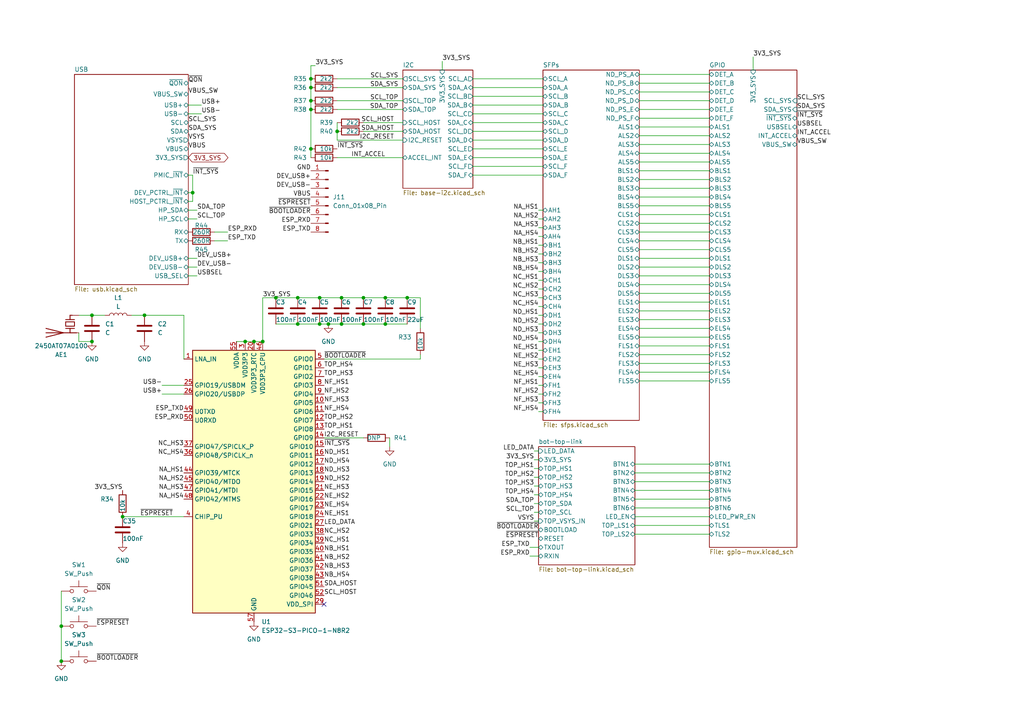
<source format=kicad_sch>
(kicad_sch (version 20231120) (generator "eeschema") (generator_version "8.0")
  (paper "A4")
  (lib_symbols
    (symbol "Connector:Conn_01x08_Pin" (pin_names (offset 1.016) hide)
      (property "Reference" "J" (at 0 10.16 0))
      (property "Value" "Conn_01x08_Pin" (at 0 -12.7 0))
      (symbol "Conn_01x08_Pin_1_1"
        (polyline (pts (xy 1.27 -10.16) (xy 0.8636 -10.16)) (stroke (width 0.1524)))
        (polyline (pts (xy 1.27 -7.62) (xy 0.8636 -7.62)) (stroke (width 0.1524)))
        (polyline (pts (xy 1.27 -5.08) (xy 0.8636 -5.08)) (stroke (width 0.1524)))
        (polyline (pts (xy 1.27 -2.54) (xy 0.8636 -2.54)) (stroke (width 0.1524)))
        (polyline (pts (xy 1.27 0) (xy 0.8636 0)) (stroke (width 0.1524)))
        (polyline (pts (xy 1.27 2.54) (xy 0.8636 2.54)) (stroke (width 0.1524)))
        (polyline (pts (xy 1.27 5.08) (xy 0.8636 5.08)) (stroke (width 0.1524)))
        (polyline (pts (xy 1.27 7.62) (xy 0.8636 7.62)) (stroke (width 0.1524)))
        (rectangle (start 0.8636 -10.033) (end 0 -10.287) (stroke (width 0.1524)) (fill (type outline)))
        (rectangle (start 0.8636 -7.493) (end 0 -7.747) (stroke (width 0.1524)) (fill (type outline)))
        (rectangle (start 0.8636 -4.953) (end 0 -5.207) (stroke (width 0.1524)) (fill (type outline)))
        (rectangle (start 0.8636 -2.413) (end 0 -2.667) (stroke (width 0.1524)) (fill (type outline)))
        (rectangle (start 0.8636 0.127) (end 0 -0.127) (stroke (width 0.1524)) (fill (type outline)))
        (rectangle (start 0.8636 2.667) (end 0 2.413) (stroke (width 0.1524)) (fill (type outline)))
        (rectangle (start 0.8636 5.207) (end 0 4.953) (stroke (width 0.1524)) (fill (type outline)))
        (rectangle (start 0.8636 7.747) (end 0 7.493) (stroke (width 0.1524)) (fill (type outline)))
        (pin passive line (at 5.08 7.62 180) (length 3.81) (name "Pin_1") (number "1"))
        (pin passive line (at 5.08 5.08 180) (length 3.81) (name "Pin_2") (number "2"))
        (pin passive line (at 5.08 2.54 180) (length 3.81) (name "Pin_3") (number "3"))
        (pin passive line (at 5.08 0 180) (length 3.81) (name "Pin_4") (number "4"))
        (pin passive line (at 5.08 -2.54 180) (length 3.81) (name "Pin_5") (number "5"))
        (pin passive line (at 5.08 -5.08 180) (length 3.81) (name "Pin_6") (number "6"))
        (pin passive line (at 5.08 -7.62 180) (length 3.81) (name "Pin_7") (number "7"))
        (pin passive line (at 5.08 -10.16 180) (length 3.81) (name "Pin_8") (number "8"))
      )
    )
    (symbol "Device:Antenna_Chip" (pin_numbers hide) (pin_names (offset 1.016) hide)
      (property "Reference" "AE" (at 0 5.08 0))
      (property "Value" "Antenna_Chip" (at 0 3.175 0))
      (symbol "Antenna_Chip_0_1"
        (polyline (pts (xy -2.54 0) (xy -2.54 -0.635)) (stroke (width 0.254)))
        (polyline (pts (xy -2.54 0) (xy -1.27 0)) (stroke (width 0.254)))
        (polyline (pts (xy 1.27 0) (xy 2.54 0)) (stroke (width 0.254)))
        (polyline (pts (xy 1.27 1.27) (xy 1.27 -1.27)) (stroke (width 0.254)))
        (polyline (pts (xy 2.54 -0.635) (xy 2.54 0)))
        (polyline (pts (xy 2.54 6.985) (xy 2.54 -1.905)) (stroke (width 0.254)))
        (polyline (pts (xy -1.27 1.27) (xy -1.27 -1.27) (xy -1.27 0)) (stroke (width 0.254)))
        (polyline (pts (xy 3.81 6.985) (xy 2.54 1.905) (xy 1.27 6.985)) (stroke (width 0.254)))
        (polyline (pts (xy -0.635 1.27) (xy 0.635 1.27) (xy 0.635 -1.27) (xy -0.635 -1.27) (xy -0.635 1.27)) (stroke (width 0.254)))
      )
      (symbol "Antenna_Chip_1_1"
        (pin input line (at -2.54 -2.54 90) (length 2.54) (name "FEED") (number "1"))
        (pin passive line (at 2.54 -2.54 90) (length 2.54) (name "PCB_Trace") (number "2"))
      )
    )
    (symbol "Device:C" (pin_numbers hide) (pin_names (offset 0.254))
      (property "Reference" "C" (at 0.635 2.54 0))
      (property "Value" "C" (at 0.635 -2.54 0))
      (symbol "C_0_1"
        (polyline (pts (xy -2.032 -0.762) (xy 2.032 -0.762)) (stroke (width 0.508)))
        (polyline (pts (xy -2.032 0.762) (xy 2.032 0.762)) (stroke (width 0.508)))
      )
      (symbol "C_1_1"
        (pin passive line (at 0 3.81 270) (length 2.794) (name "~") (number "1"))
        (pin passive line (at 0 -3.81 90) (length 2.794) (name "~") (number "2"))
      )
    )
    (symbol "Device:L" (pin_numbers hide) (pin_names (offset 1.016) hide)
      (property "Reference" "L" (at -1.27 0 90))
      (property "Value" "L" (at 1.905 0 90))
      (symbol "L_0_1"
        (arc (start 0 -2.54) (mid 0.6323 -1.905) (end 0 -1.27))
        (arc (start 0 -1.27) (mid 0.6323 -0.635) (end 0 0))
        (arc (start 0 0) (mid 0.6323 0.635) (end 0 1.27))
        (arc (start 0 1.27) (mid 0.6323 1.905) (end 0 2.54))
      )
      (symbol "L_1_1"
        (pin passive line (at 0 3.81 270) (length 1.27) (name "1") (number "1"))
        (pin passive line (at 0 -3.81 90) (length 1.27) (name "2") (number "2"))
      )
    )
    (symbol "Device:R" (pin_numbers hide) (pin_names (offset 0))
      (property "Reference" "R" (at 2.032 0 90))
      (property "Value" "R" (at 0 0 90))
      (symbol "R_0_1"
        (rectangle (start -1.016 -2.54) (end 1.016 2.54) (stroke (width 0.254)))
      )
      (symbol "R_1_1"
        (pin passive line (at 0 3.81 270) (length 1.27) (name "~") (number "1"))
        (pin passive line (at 0 -3.81 90) (length 1.27) (name "~") (number "2"))
      )
    )
    (symbol "Switch:SW_Push" (pin_numbers hide) (pin_names (offset 1.016) hide)
      (property "Reference" "SW" (at 1.27 2.54 0))
      (property "Value" "SW_Push" (at 0 -1.524 0))
      (symbol "SW_Push_0_1"
        (circle (center -2.032 0) (radius 0.508))
        (polyline (pts (xy 0 1.27) (xy 0 3.048)))
        (polyline (pts (xy 2.54 1.27) (xy -2.54 1.27)))
        (circle (center 2.032 0) (radius 0.508))
        (pin passive line (at -5.08 0 0) (length 2.54) (name "1") (number "1"))
        (pin passive line (at 5.08 0 180) (length 2.54) (name "2") (number "2"))
      )
    )
    (symbol "power:GND" (power) (pin_names (offset 0))
      (property "Value" "GND" (at 0 -3.81 0))
      (symbol "GND_0_1"
        (polyline (pts (xy 0 0) (xy 0 -1.27) (xy 1.27 -1.27) (xy 0 -2.54) (xy -1.27 -1.27) (xy 0 -1.27)))
      )
      (symbol "GND_1_1"
        (pin power_in line (at 0 0 270) (length 0) hide (name "GND") (number "1"))
      )
    )
    (symbol "tildagon:ESP32-S3-PICO-1-N8R2"
      (property "Reference" "U" (at -17.78 39.37 0))
      (property "Value" "ESP32-S3-PICO-1-N8R2" (at 3.81 39.37 0))
      (symbol "ESP32-S3-PICO-1-N8R2_0_1"
        (rectangle (start -17.78 38.1) (end 17.78 -38.1) (stroke (width 0.254)) (fill (type background)))
      )
      (symbol "ESP32-S3-PICO-1-N8R2_1_0"
        (pin bidirectional line (at -20.32 35.56 0) (length 2.54) (name "LNA_IN") (number "1"))
        (pin bidirectional line (at 20.32 22.86 180) (length 2.54) (name "GPIO5") (number "10"))
        (pin bidirectional line (at 20.32 20.32 180) (length 2.54) (name "GPIO6") (number "11"))
        (pin bidirectional line (at 20.32 17.78 180) (length 2.54) (name "GPIO7") (number "12"))
        (pin bidirectional line (at 20.32 15.24 180) (length 2.54) (name "GPIO8") (number "13"))
        (pin bidirectional line (at 20.32 12.7 180) (length 2.54) (name "GPIO9") (number "14"))
        (pin bidirectional line (at 20.32 10.16 180) (length 2.54) (name "GPIO10") (number "15"))
        (pin bidirectional line (at 20.32 7.62 180) (length 2.54) (name "GPIO11") (number "16"))
        (pin bidirectional line (at 20.32 5.08 180) (length 2.54) (name "GPIO12") (number "17"))
        (pin bidirectional line (at 20.32 2.54 180) (length 2.54) (name "GPIO13") (number "18"))
        (pin bidirectional line (at 20.32 0 180) (length 2.54) (name "GPIO14") (number "19"))
        (pin passive line (at -2.54 40.64 270) (length 2.54) hide (name "VDD3P3") (number "2"))
        (pin power_in line (at 0 40.64 270) (length 2.54) (name "VDD3P3_RTC") (number "20"))
        (pin bidirectional line (at 20.32 -2.54 180) (length 2.54) (name "GPIO15") (number "21"))
        (pin bidirectional line (at 20.32 -5.08 180) (length 2.54) (name "GPIO16") (number "22"))
        (pin bidirectional line (at 20.32 -7.62 180) (length 2.54) (name "GPIO17") (number "23"))
        (pin bidirectional line (at 20.32 -10.16 180) (length 2.54) (name "GPIO18") (number "24"))
        (pin bidirectional line (at -20.32 27.94 0) (length 2.54) (name "GPIO19/USBDM") (number "25"))
        (pin bidirectional line (at -20.32 25.4 0) (length 2.54) (name "GPIO20/USBDP") (number "26"))
        (pin bidirectional line (at 20.32 -12.7 180) (length 2.54) (name "GPIO21") (number "27"))
        (pin no_connect line (at -17.78 -20.32 0) (length 2.54) hide (name "SPICS1") (number "28"))
        (pin power_out line (at 20.32 -35.56 180) (length 2.54) (name "VDD_SPI") (number "29"))
        (pin power_in line (at -2.54 40.64 270) (length 2.54) (name "VDD3P3") (number "3"))
        (pin no_connect line (at -17.78 -22.86 0) (length 2.54) hide (name "NC") (number "30"))
        (pin no_connect line (at -17.78 -25.4 0) (length 2.54) hide (name "NC") (number "31"))
        (pin no_connect line (at -17.78 -27.94 0) (length 2.54) hide (name "NC") (number "32"))
        (pin no_connect line (at -17.78 -30.48 0) (length 2.54) hide (name "NC") (number "33"))
        (pin no_connect line (at -17.78 -33.02 0) (length 2.54) hide (name "NC") (number "34"))
        (pin no_connect line (at -17.78 -35.56 0) (length 2.54) hide (name "NC") (number "35"))
        (pin bidirectional line (at -20.32 7.62 0) (length 2.54) (name "GPIO48/SPICLK_n") (number "36"))
        (pin bidirectional line (at -20.32 10.16 0) (length 2.54) (name "GPIO47/SPICLK_P") (number "37"))
        (pin bidirectional line (at 20.32 -15.24 180) (length 2.54) (name "GPIO33") (number "38"))
        (pin bidirectional line (at 20.32 -17.78 180) (length 2.54) (name "GPIO34") (number "39"))
        (pin input line (at -20.32 -10.16 0) (length 2.54) (name "CHIP_PU") (number "4"))
        (pin bidirectional line (at 20.32 -20.32 180) (length 2.54) (name "GPIO35") (number "40"))
        (pin bidirectional line (at 20.32 -22.86 180) (length 2.54) (name "GPIO36") (number "41"))
        (pin bidirectional line (at 20.32 -25.4 180) (length 2.54) (name "GPIO37") (number "42"))
        (pin bidirectional line (at 20.32 -27.94 180) (length 2.54) (name "GPIO38") (number "43"))
        (pin bidirectional line (at -20.32 2.54 0) (length 2.54) (name "GPIO39/MTCK") (number "44"))
        (pin bidirectional line (at -20.32 0 0) (length 2.54) (name "GPIO40/MTDO") (number "45"))
        (pin power_in line (at 2.54 40.64 270) (length 2.54) (name "VDD3P3_CPU") (number "46"))
        (pin bidirectional line (at -20.32 -2.54 0) (length 2.54) (name "GPIO41/MTDI") (number "47"))
        (pin bidirectional line (at -20.32 -5.08 0) (length 2.54) (name "GPIO42/MTMS") (number "48"))
        (pin output line (at -20.32 20.32 0) (length 2.54) (name "U0TXD") (number "49"))
        (pin bidirectional line (at 20.32 35.56 180) (length 2.54) (name "GPIO0") (number "5"))
        (pin input line (at -20.32 17.78 0) (length 2.54) (name "U0RXD") (number "50"))
        (pin bidirectional line (at 20.32 -30.48 180) (length 2.54) (name "GPIO45") (number "51"))
        (pin bidirectional line (at 20.32 -33.02 180) (length 2.54) (name "GPIO46") (number "52"))
        (pin power_in line (at -5.08 40.64 270) (length 2.54) (name "VDDA") (number "55"))
        (pin passive line (at -5.08 40.64 270) (length 2.54) hide (name "VDDA") (number "56"))
        (pin power_in line (at 0 -40.64 90) (length 2.54) (name "GND") (number "57"))
        (pin bidirectional line (at 20.32 33.02 180) (length 2.54) (name "GPIO1") (number "6"))
        (pin bidirectional line (at 20.32 30.48 180) (length 2.54) (name "GPIO2") (number "7"))
        (pin bidirectional line (at 20.32 27.94 180) (length 2.54) (name "GPIO3") (number "8"))
        (pin bidirectional line (at 20.32 25.4 180) (length 2.54) (name "GPIO4") (number "9"))
      )
    )
  )
  (junction (at 55.88 55.88))
  (junction (at 95.25 93.98))
  (junction (at 105.41 86.36))
  (junction (at 99.06 86.36))
  (junction (at 92.71 86.36))
  (junction (at 92.71 93.98))
  (junction (at 76.2 99.06))
  (junction (at 105.41 93.98))
  (junction (at 86.36 93.98))
  (junction (at 35.56 149.86))
  (junction (at 41.91 91.44))
  (junction (at 111.76 86.36))
  (junction (at 90.17 22.86))
  (junction (at 111.76 93.98))
  (junction (at 73.66 99.06))
  (junction (at 99.06 93.98))
  (junction (at 90.17 29.21))
  (junction (at 90.17 25.4))
  (junction (at 80.01 86.36))
  (junction (at 90.17 31.75))
  (junction (at 86.36 86.36))
  (junction (at 97.79 38.1))
  (junction (at 118.11 86.36))
  (junction (at 90.17 43.18))
  (junction (at 17.78 191.77))
  (junction (at 26.67 91.44))
  (junction (at 26.67 99.06))
  (junction (at 17.78 181.61))
  (junction (at 71.12 99.06))
  (no_connect (at 93.98 175.26))
  (wire (pts (xy 156.21 91.44) (xy 157.48 91.44)))
  (wire (pts (xy 156.21 83.82) (xy 157.48 83.82)))
  (wire (pts (xy 46.99 114.3) (xy 53.34 114.3)))
  (wire (pts (xy 97.79 40.64) (xy 116.84 40.64)))
  (wire (pts (xy 22.86 91.44) (xy 26.67 91.44)))
  (wire (pts (xy 111.76 86.36) (xy 118.11 86.36)))
  (wire (pts (xy 185.42 44.45) (xy 205.74 44.45)))
  (wire (pts (xy 184.15 152.4) (xy 205.74 152.4)))
  (wire (pts (xy 156.21 63.5) (xy 157.48 63.5)))
  (wire (pts (xy 156.21 71.12) (xy 157.48 71.12)))
  (wire (pts (xy 154.94 130.81) (xy 156.21 130.81)))
  (wire (pts (xy 185.42 62.23) (xy 205.74 62.23)))
  (wire (pts (xy 90.17 29.21) (xy 90.17 31.75)))
  (wire (pts (xy 73.66 99.06) (xy 76.2 99.06)))
  (wire (pts (xy 184.15 134.62) (xy 205.74 134.62)))
  (wire (pts (xy 156.21 111.76) (xy 157.48 111.76)))
  (wire (pts (xy 156.21 116.84) (xy 157.48 116.84)))
  (wire (pts (xy 54.61 55.88) (xy 55.88 55.88)))
  (wire (pts (xy 185.42 80.01) (xy 205.74 80.01)))
  (wire (pts (xy 156.21 81.28) (xy 157.48 81.28)))
  (wire (pts (xy 154.94 135.89) (xy 156.21 135.89)))
  (wire (pts (xy 156.21 114.3) (xy 157.48 114.3)))
  (wire (pts (xy 90.17 22.86) (xy 90.17 25.4)))
  (wire (pts (xy 105.41 86.36) (xy 99.06 86.36)))
  (wire (pts (xy 185.42 49.53) (xy 205.74 49.53)))
  (wire (pts (xy 62.23 67.31) (xy 66.04 67.31)))
  (wire (pts (xy 156.21 106.68) (xy 157.48 106.68)))
  (wire (pts (xy 91.44 19.05) (xy 90.17 19.05)))
  (wire (pts (xy 121.92 86.36) (xy 121.92 95.25)))
  (wire (pts (xy 35.56 149.86) (xy 53.34 149.86)))
  (wire (pts (xy 80.01 86.36) (xy 76.2 86.36)))
  (wire (pts (xy 105.41 93.98) (xy 111.76 93.98)))
  (wire (pts (xy 156.21 68.58) (xy 157.48 68.58)))
  (wire (pts (xy 185.42 24.13) (xy 205.74 24.13)))
  (wire (pts (xy 68.58 99.06) (xy 71.12 99.06)))
  (wire (pts (xy 86.36 93.98) (xy 92.71 93.98)))
  (wire (pts (xy 99.06 93.98) (xy 105.41 93.98)))
  (wire (pts (xy 97.79 38.1) (xy 97.79 40.64)))
  (wire (pts (xy 92.71 93.98) (xy 95.25 93.98)))
  (wire (pts (xy 185.42 69.85) (xy 205.74 69.85)))
  (wire (pts (xy 92.71 86.36) (xy 86.36 86.36)))
  (wire (pts (xy 46.99 111.76) (xy 53.34 111.76)))
  (wire (pts (xy 185.42 110.49) (xy 205.74 110.49)))
  (wire (pts (xy 185.42 46.99) (xy 205.74 46.99)))
  (wire (pts (xy 185.42 97.79) (xy 205.74 97.79)))
  (wire (pts (xy 185.42 59.69) (xy 205.74 59.69)))
  (wire (pts (xy 95.25 93.98) (xy 99.06 93.98)))
  (wire (pts (xy 90.17 25.4) (xy 90.17 29.21)))
  (wire (pts (xy 185.42 90.17) (xy 205.74 90.17)))
  (wire (pts (xy 137.16 40.64) (xy 157.48 40.64)))
  (wire (pts (xy 184.15 144.78) (xy 205.74 144.78)))
  (wire (pts (xy 97.79 31.75) (xy 116.84 31.75)))
  (wire (pts (xy 97.79 35.56) (xy 97.79 38.1)))
  (wire (pts (xy 153.67 158.75) (xy 156.21 158.75)))
  (wire (pts (xy 17.78 181.61) (xy 17.78 191.77)))
  (wire (pts (xy 156.21 93.98) (xy 157.48 93.98)))
  (wire (pts (xy 99.06 86.36) (xy 92.71 86.36)))
  (wire (pts (xy 54.61 50.8) (xy 55.88 50.8)))
  (wire (pts (xy 137.16 35.56) (xy 157.48 35.56)))
  (wire (pts (xy 156.21 119.38) (xy 157.48 119.38)))
  (wire (pts (xy 41.91 91.44) (xy 53.34 91.44)))
  (wire (pts (xy 105.41 35.56) (xy 116.84 35.56)))
  (wire (pts (xy 185.42 85.09) (xy 205.74 85.09)))
  (wire (pts (xy 185.42 92.71) (xy 205.74 92.71)))
  (wire (pts (xy 184.15 139.7) (xy 205.74 139.7)))
  (wire (pts (xy 128.27 17.78) (xy 128.27 20.32)))
  (wire (pts (xy 185.42 21.59) (xy 205.74 21.59)))
  (wire (pts (xy 86.36 86.36) (xy 80.01 86.36)))
  (wire (pts (xy 76.2 86.36) (xy 76.2 99.06)))
  (wire (pts (xy 17.78 171.45) (xy 17.78 181.61)))
  (wire (pts (xy 185.42 102.87) (xy 205.74 102.87)))
  (wire (pts (xy 156.21 88.9) (xy 157.48 88.9)))
  (wire (pts (xy 156.21 76.2) (xy 157.48 76.2)))
  (wire (pts (xy 93.98 104.14) (xy 121.92 104.14)))
  (wire (pts (xy 185.42 41.91) (xy 205.74 41.91)))
  (wire (pts (xy 54.61 80.01) (xy 57.15 80.01)))
  (wire (pts (xy 54.61 33.02) (xy 58.42 33.02)))
  (wire (pts (xy 137.16 30.48) (xy 157.48 30.48)))
  (wire (pts (xy 185.42 95.25) (xy 205.74 95.25)))
  (wire (pts (xy 154.94 143.51) (xy 156.21 143.51)))
  (wire (pts (xy 113.03 127) (xy 113.03 129.54)))
  (wire (pts (xy 184.15 149.86) (xy 205.74 149.86)))
  (wire (pts (xy 184.15 154.94) (xy 205.74 154.94)))
  (wire (pts (xy 38.1 91.44) (xy 41.91 91.44)))
  (wire (pts (xy 156.21 60.96) (xy 157.48 60.96)))
  (wire (pts (xy 62.23 69.85) (xy 66.04 69.85)))
  (wire (pts (xy 154.94 133.35) (xy 156.21 133.35)))
  (wire (pts (xy 54.61 74.93) (xy 57.15 74.93)))
  (wire (pts (xy 97.79 45.72) (xy 116.84 45.72)))
  (wire (pts (xy 137.16 48.26) (xy 157.48 48.26)))
  (wire (pts (xy 97.79 29.21) (xy 116.84 29.21)))
  (wire (pts (xy 185.42 105.41) (xy 205.74 105.41)))
  (wire (pts (xy 185.42 77.47) (xy 205.74 77.47)))
  (wire (pts (xy 185.42 36.83) (xy 205.74 36.83)))
  (wire (pts (xy 137.16 43.18) (xy 157.48 43.18)))
  (wire (pts (xy 156.21 66.04) (xy 157.48 66.04)))
  (wire (pts (xy 90.17 43.18) (xy 90.17 45.72)))
  (wire (pts (xy 71.12 99.06) (xy 73.66 99.06)))
  (wire (pts (xy 154.94 138.43) (xy 156.21 138.43)))
  (wire (pts (xy 90.17 19.05) (xy 90.17 22.86)))
  (wire (pts (xy 185.42 82.55) (xy 205.74 82.55)))
  (wire (pts (xy 55.88 58.42) (xy 55.88 55.88)))
  (wire (pts (xy 156.21 101.6) (xy 157.48 101.6)))
  (wire (pts (xy 185.42 64.77) (xy 205.74 64.77)))
  (wire (pts (xy 137.16 27.94) (xy 157.48 27.94)))
  (wire (pts (xy 184.15 147.32) (xy 205.74 147.32)))
  (wire (pts (xy 90.17 31.75) (xy 90.17 43.18)))
  (wire (pts (xy 22.86 96.52) (xy 22.86 99.06)))
  (wire (pts (xy 54.61 77.47) (xy 57.15 77.47)))
  (wire (pts (xy 156.21 96.52) (xy 157.48 96.52)))
  (wire (pts (xy 185.42 29.21) (xy 205.74 29.21)))
  (wire (pts (xy 55.88 55.88) (xy 55.88 50.8)))
  (wire (pts (xy 26.67 91.44) (xy 30.48 91.44)))
  (wire (pts (xy 218.44 16.51) (xy 218.44 20.32)))
  (wire (pts (xy 154.94 146.05) (xy 156.21 146.05)))
  (wire (pts (xy 184.15 137.16) (xy 205.74 137.16)))
  (wire (pts (xy 54.61 30.48) (xy 58.42 30.48)))
  (wire (pts (xy 137.16 33.02) (xy 157.48 33.02)))
  (wire (pts (xy 185.42 57.15) (xy 205.74 57.15)))
  (wire (pts (xy 185.42 52.07) (xy 205.74 52.07)))
  (wire (pts (xy 137.16 38.1) (xy 157.48 38.1)))
  (wire (pts (xy 156.21 73.66) (xy 157.48 73.66)))
  (wire (pts (xy 54.61 60.96) (xy 57.15 60.96)))
  (wire (pts (xy 185.42 67.31) (xy 205.74 67.31)))
  (wire (pts (xy 185.42 54.61) (xy 205.74 54.61)))
  (wire (pts (xy 105.41 38.1) (xy 116.84 38.1)))
  (wire (pts (xy 137.16 22.86) (xy 157.48 22.86)))
  (wire (pts (xy 156.21 109.22) (xy 157.48 109.22)))
  (wire (pts (xy 156.21 78.74) (xy 157.48 78.74)))
  (wire (pts (xy 185.42 26.67) (xy 205.74 26.67)))
  (wire (pts (xy 118.11 86.36) (xy 121.92 86.36)))
  (wire (pts (xy 137.16 50.8) (xy 157.48 50.8)))
  (wire (pts (xy 111.76 93.98) (xy 118.11 93.98)))
  (wire (pts (xy 185.42 87.63) (xy 205.74 87.63)))
  (wire (pts (xy 156.21 99.06) (xy 157.48 99.06)))
  (wire (pts (xy 156.21 86.36) (xy 157.48 86.36)))
  (wire (pts (xy 53.34 91.44) (xy 53.34 104.14)))
  (wire (pts (xy 105.41 86.36) (xy 111.76 86.36)))
  (wire (pts (xy 156.21 104.14) (xy 157.48 104.14)))
  (wire (pts (xy 184.15 142.24) (xy 205.74 142.24)))
  (wire (pts (xy 54.61 58.42) (xy 55.88 58.42)))
  (wire (pts (xy 93.98 127) (xy 105.41 127)))
  (wire (pts (xy 185.42 39.37) (xy 205.74 39.37)))
  (wire (pts (xy 137.16 25.4) (xy 157.48 25.4)))
  (wire (pts (xy 153.67 161.29) (xy 156.21 161.29)))
  (wire (pts (xy 185.42 74.93) (xy 205.74 74.93)))
  (wire (pts (xy 154.94 151.13) (xy 156.21 151.13)))
  (wire (pts (xy 185.42 107.95) (xy 205.74 107.95)))
  (wire (pts (xy 54.61 63.5) (xy 57.15 63.5)))
  (wire (pts (xy 121.92 104.14) (xy 121.92 102.87)))
  (wire (pts (xy 97.79 25.4) (xy 116.84 25.4)))
  (wire (pts (xy 80.01 93.98) (xy 86.36 93.98)))
  (wire (pts (xy 185.42 100.33) (xy 205.74 100.33)))
  (wire (pts (xy 154.94 140.97) (xy 156.21 140.97)))
  (wire (pts (xy 185.42 31.75) (xy 205.74 31.75)))
  (wire (pts (xy 185.42 72.39) (xy 205.74 72.39)))
  (wire (pts (xy 137.16 45.72) (xy 157.48 45.72)))
  (wire (pts (xy 97.79 22.86) (xy 116.84 22.86)))
  (wire (pts (xy 154.94 148.59) (xy 156.21 148.59)))
  (wire (pts (xy 22.86 99.06) (xy 26.67 99.06)))
  (wire (pts (xy 185.42 34.29) (xy 205.74 34.29)))
  (label "DEV_USB+" (at 57.15 74.93 0))
  (label "NF_HS1" (at 93.98 111.76 0))
  (label "USBSEL" (at 57.15 80.01 0))
  (label "ESP_TXD" (at 90.17 67.31 180))
  (label "USBSEL" (at 231.14 36.83 0))
  (label "NA_HS2" (at 156.21 63.5 180))
  (label "TOP_HS2" (at 93.98 121.92 0))
  (label "3V3_SYS" (at 76.2 86.36 0))
  (label "SCL_TOP" (at 154.94 148.59 180))
  (label "NC_HS3" (at 53.34 129.54 180))
  (label "~{BOOTLOADER}" (at 156.21 153.67 180))
  (label "TOP_HS3" (at 93.98 109.22 0))
  (label "~{INT_SYS}" (at 93.98 129.54 0))
  (label "NE_HS2" (at 93.98 144.78 0))
  (label "NA_HS3" (at 156.21 66.04 180))
  (label "NF_HS3" (at 93.98 116.84 0))
  (label "NC_HS1" (at 93.98 157.48 0))
  (label "~{ESPRESET}" (at 40.64 149.86 0))
  (label "ND_HS3" (at 93.98 137.16 0))
  (label "ESP_RXD" (at 153.67 161.29 180))
  (label "SDA_TOP" (at 57.15 60.96 0))
  (label "~{INT_SYS}" (at 55.88 50.8 0))
  (label "TOP_HS1" (at 93.98 124.46 0))
  (label "~{ESPRESET}" (at 156.21 156.21 180))
  (label "ND_HS2" (at 93.98 139.7 0))
  (label "DEV_USB+" (at 90.17 52.07 180))
  (label "VBUS_SW" (at 231.14 41.91 0))
  (label "NB_HS1" (at 93.98 160.02 0))
  (label "ESP_TXD" (at 53.34 119.38 180))
  (label "3V3_SYS" (at 218.44 16.51 0))
  (label "NE_HS1" (at 156.21 101.6 180))
  (label "SCL_HOST" (at 114.3 35.56 180))
  (label "NE_HS4" (at 156.21 109.22 180))
  (label "SCL_TOP" (at 115.57 29.21 180))
  (label "NE_HS3" (at 93.98 142.24 0))
  (label "LED_DATA" (at 93.98 152.4 0))
  (label "NC_HS2" (at 93.98 154.94 0))
  (label "~{QON}" (at 54.61 24.13 0))
  (label "I2C_RESET" (at 114.3 40.64 180))
  (label "SDA_SYS" (at 115.57 25.4 180))
  (label "VSYS" (at 154.94 151.13 180))
  (label "ESP_RXD" (at 90.17 64.77 180))
  (label "NB_HS3" (at 93.98 165.1 0))
  (label "INT_ACCEL" (at 231.14 39.37 0))
  (label "NA_HS4" (at 156.21 68.58 180))
  (label "NA_HS2" (at 53.34 139.7 180))
  (label "NF_HS2" (at 156.21 114.3 180))
  (label "TOP_HS4" (at 154.94 143.51 180))
  (label "ND_HS1" (at 93.98 132.08 0))
  (label "NF_HS1" (at 156.21 111.76 180))
  (label "SDA_TOP" (at 115.57 31.75 180))
  (label "NB_HS4" (at 93.98 167.64 0))
  (label "SDA_SYS" (at 231.14 31.75 0))
  (label "NF_HS4" (at 156.21 119.38 180))
  (label "NB_HS2" (at 93.98 162.56 0))
  (label "NF_HS2" (at 93.98 114.3 0))
  (label "TOP_HS3" (at 154.94 140.97 180))
  (label "NB_HS4" (at 156.21 78.74 180))
  (label "DEV_USB-" (at 90.17 54.61 180))
  (label "NE_HS1" (at 93.98 149.86 0))
  (label "NC_HS4" (at 156.21 88.9 180))
  (label "NB_HS1" (at 156.21 71.12 180))
  (label "3V3_SYS" (at 128.27 17.78 0))
  (label "~{BOOTLOADER}" (at 90.17 62.23 180))
  (label "NB_HS2" (at 156.21 73.66 180))
  (label "NC_HS2" (at 156.21 83.82 180))
  (label "TOP_HS1" (at 154.94 135.89 180))
  (label "ND_HS3" (at 156.21 96.52 180))
  (label "VSYS" (at 54.61 40.64 0))
  (label "NB_HS3" (at 156.21 76.2 180))
  (label "I2C_RESET" (at 93.98 127 0))
  (label "VBUS_SW" (at 54.61 27.305 0))
  (label "SDA_SYS" (at 54.61 38.1 0))
  (label "NC_HS3" (at 156.21 86.36 180))
  (label "USB-" (at 46.99 111.76 180))
  (label "ESP_RXD" (at 66.04 67.31 0))
  (label "USB+" (at 58.42 30.48 0))
  (label "~{INT_SYS}" (at 97.79 43.18 0))
  (label "ND_HS4" (at 156.21 99.06 180))
  (label "ESP_RXD" (at 53.34 121.92 180))
  (label "~{ESPRESET}" (at 90.17 59.69 180))
  (label "~{INT_SYS}" (at 231.14 34.29 0))
  (label "SDA_TOP" (at 154.94 146.05 180))
  (label "SDA_HOST" (at 93.98 170.18 0))
  (label "TOP_HS2" (at 154.94 138.43 180))
  (label "NA_HS1" (at 156.21 60.96 180))
  (label "INT_ACCEL" (at 111.76 45.72 180))
  (label "NA_HS3" (at 53.34 142.24 180))
  (label "NF_HS4" (at 93.98 119.38 0))
  (label "~{BOOTLOADER}" (at 93.98 104.14 0))
  (label "LED_DATA" (at 154.94 130.81 180))
  (label "USB+" (at 46.99 114.3 180))
  (label "SCL_SYS" (at 115.57 22.86 180))
  (label "ESP_TXD" (at 66.04 69.85 0))
  (label "NE_HS4" (at 93.98 147.32 0))
  (label "SCL_SYS" (at 54.61 35.56 0))
  (label "NE_HS3" (at 156.21 106.68 180))
  (label "NF_HS3" (at 156.21 116.84 180))
  (label "~{ESPRESET}" (at 27.94 181.61 0))
  (label "TOP_HS4" (at 93.98 106.68 0))
  (label "ND_HS2" (at 156.21 93.98 180))
  (label "ESP_TXD" (at 153.67 158.75 180))
  (label "3V3_SYS" (at 35.56 142.24 180))
  (label "NC_HS1" (at 156.21 81.28 180))
  (label "DEV_USB-" (at 57.15 77.47 0))
  (label "NA_HS4" (at 53.34 144.78 180))
  (label "SCL_HOST" (at 93.98 172.72 0))
  (label "3V3_SYS" (at 154.94 133.35 180))
  (label "ND_HS1" (at 156.21 91.44 180))
  (label "3V3_SYS" (at 91.44 19.05 0))
  (label "SCL_SYS" (at 231.14 29.21 0))
  (label "~{QON}" (at 27.94 171.45 0))
  (label "NA_HS1" (at 53.34 137.16 180))
  (label "SDA_HOST" (at 114.3 38.1 180))
  (label "USB-" (at 58.42 33.02 0))
  (label "VBUS" (at 90.17 57.15 180))
  (label "ND_HS4" (at 93.98 134.62 0))
  (label "VBUS" (at 54.61 43.18 0))
  (label "SCL_TOP" (at 57.15 63.5 0))
  (label "GND" (at 90.17 49.53 180))
  (label "NC_HS4" (at 53.34 132.08 180))
  (label "NE_HS2" (at 156.21 104.14 180))
  (label "~{BOOTLOADER}" (at 27.94 191.77 0))
  (global_label "3V3_SYS" (shape bidirectional) (at 54.61 45.72 0) (property "Intersheetrefs" "${INTERSHEET_REFS}" (effects (hide yes))))
  (symbol (lib_id "Device:R") (at 93.98 45.72 90) (unit 1)
    (property "Reference" "R43" (at 85.09 45.72 90) (effects (justify right)))
    (property "Value" "10k" (at 92.71 45.72 90) (effects (justify right)))
    (property "Footprint" "Resistor_SMD:R_0402_1005Metric" (effects (hide yes)))
  )
  (symbol (lib_id "Switch:SW_Push") (at 22.86 171.45 0) (unit 1)
    (property "Reference" "SW1" (at 22.86 163.83 0))
    (property "Value" "SW_Push" (at 22.86 166.37 0))
    (property "Footprint" "tildagon:sidebutton-1TS003B-1400-3500A-CT" (effects (hide yes)))
  )
  (symbol (lib_id "Device:R") (at 109.22 127 270) (unit 1)
    (property "Reference" "R41" (at 118.11 127 90) (effects (justify right)))
    (property "Value" "DNP" (at 110.49 127 90) (effects (justify right)))
    (property "Footprint" "Resistor_SMD:R_0402_1005Metric" (effects (hide yes)))
  )
  (symbol (lib_id "Connector:Conn_01x08_Pin") (at 95.25 57.15 0) (mirror y) (unit 1)
    (property "Reference" "J11" (at 96.52 57.15 0) (effects (justify right)))
    (property "Value" "Conn_01x08_Pin" (at 96.52 59.69 0) (effects (justify right)))
    (property "Footprint" "tildagon:SOIC_clipProgSmall" (effects (hide yes)))
  )
  (symbol (lib_id "power:GND") (at 41.91 99.06 0) (unit 1)
    (property "Reference" "#PWR04" (effects (hide yes)))
    (property "Value" "GND" (at 41.91 104.14 0))
  )
  (symbol (lib_id "power:GND") (at 73.66 180.34 0) (unit 1)
    (property "Reference" "#PWR06" (effects (hide yes)))
    (property "Value" "GND" (at 73.66 185.42 0))
  )
  (symbol (lib_id "power:GND") (at 26.67 99.06 0) (unit 1)
    (property "Reference" "#PWR03" (effects (hide yes)))
    (property "Value" "GND" (at 26.67 104.14 0))
  )
  (symbol (lib_id "Device:R") (at 58.42 67.31 270) (unit 1)
    (property "Reference" "R44" (at 58.42 65.405 90))
    (property "Value" "260R" (at 58.42 67.31 90))
    (property "Footprint" "Resistor_SMD:R_0402_1005Metric" (effects (hide yes)))
  )
  (symbol (lib_id "Device:C") (at 92.71 90.17 0) (unit 1)
    (property "Reference" "C5" (at 92.71 87.63 0) (effects (justify left)))
    (property "Value" "100nF" (at 92.71 92.71 0) (effects (justify left)))
    (property "Footprint" "Capacitor_SMD:C_0402_1005Metric" (effects (hide yes)))
  )
  (symbol (lib_id "Device:L") (at 34.29 91.44 90) (unit 1)
    (property "Reference" "L1" (at 34.29 86.36 90))
    (property "Value" "L" (at 34.29 88.9 90))
    (property "Footprint" "Inductor_SMD:L_0402_1005Metric" (effects (hide yes)))
  )
  (symbol (lib_id "power:GND") (at 113.03 129.54 0) (unit 1)
    (property "Reference" "#PWR072" (effects (hide yes)))
    (property "Value" "GND" (at 113.03 134.62 0))
  )
  (symbol (lib_id "Device:R") (at 93.98 43.18 90) (unit 1)
    (property "Reference" "R42" (at 85.09 43.18 90) (effects (justify right)))
    (property "Value" "10k" (at 92.71 43.18 90) (effects (justify right)))
    (property "Footprint" "Resistor_SMD:R_0402_1005Metric" (effects (hide yes)))
  )
  (symbol (lib_id "Device:C") (at 111.76 90.17 0) (unit 1)
    (property "Reference" "C8" (at 111.76 87.63 0) (effects (justify left)))
    (property "Value" "100nF" (at 111.76 92.71 0) (effects (justify left)))
    (property "Footprint" "Capacitor_SMD:C_0402_1005Metric" (effects (hide yes)))
  )
  (symbol (lib_id "Device:R") (at 93.98 25.4 90) (unit 1)
    (property "Reference" "R36" (at 85.09 25.4 90) (effects (justify right)))
    (property "Value" "2k2" (at 92.71 25.4 90) (effects (justify right)))
    (property "Footprint" "Resistor_SMD:R_0402_1005Metric" (effects (hide yes)))
  )
  (symbol (lib_id "Device:C") (at 118.11 90.17 0) (unit 1)
    (property "Reference" "C9" (at 118.11 87.63 0) (effects (justify left)))
    (property "Value" "22uF" (at 118.11 92.71 0) (effects (justify left)))
    (property "Footprint" "Capacitor_SMD:C_1206_3216Metric" (effects (hide yes)))
  )
  (symbol (lib_id "Device:R") (at 93.98 22.86 90) (unit 1)
    (property "Reference" "R35" (at 85.09 22.86 90) (effects (justify right)))
    (property "Value" "2k2" (at 92.71 22.86 90) (effects (justify right)))
    (property "Footprint" "Resistor_SMD:R_0402_1005Metric" (effects (hide yes)))
  )
  (symbol (lib_id "Switch:SW_Push") (at 22.86 191.77 0) (unit 1)
    (property "Reference" "SW3" (at 22.86 184.15 0))
    (property "Value" "SW_Push" (at 22.86 186.69 0))
    (property "Footprint" "tildagon:sidebutton-1TS003B-1400-3500A-CT" (effects (hide yes)))
  )
  (symbol (lib_id "Device:C") (at 26.67 95.25 0) (unit 1)
    (property "Reference" "C1" (at 30.48 93.98 0) (effects (justify left)))
    (property "Value" "C" (at 30.48 96.52 0) (effects (justify left)))
    (property "Footprint" "Capacitor_SMD:C_0402_1005Metric" (effects (hide yes)))
  )
  (symbol (lib_id "Device:R") (at 93.98 31.75 90) (unit 1)
    (property "Reference" "R38" (at 85.09 31.75 90) (effects (justify right)))
    (property "Value" "2k2" (at 92.71 31.75 90) (effects (justify right)))
    (property "Footprint" "Resistor_SMD:R_0402_1005Metric" (effects (hide yes)))
  )
  (symbol (lib_id "Device:C") (at 35.56 153.67 0) (unit 1)
    (property "Reference" "C35" (at 35.56 151.13 0) (effects (justify left)))
    (property "Value" "100nF" (at 35.56 156.21 0) (effects (justify left)))
    (property "Footprint" "Capacitor_SMD:C_0402_1005Metric" (effects (hide yes)))
  )
  (symbol (lib_id "Device:R") (at 101.6 38.1 90) (unit 1)
    (property "Reference" "R40" (at 92.71 38.1 90) (effects (justify right)))
    (property "Value" "2k2" (at 100.33 38.1 90) (effects (justify right)))
    (property "Footprint" "Resistor_SMD:R_0402_1005Metric" (effects (hide yes)))
  )
  (symbol (lib_id "tildagon:ESP32-S3-PICO-1-N8R2") (at 73.66 139.7 0) (unit 1)
    (property "Reference" "U1" (at 75.8541 180.34 0) (effects (justify left)))
    (property "Value" "ESP32-S3-PICO-1-N8R2" (at 75.8541 182.88 0) (effects (justify left)))
    (property "Footprint" "tildagon:LGA56-1EP_7x7mm_P0.4mm_EP4x4mm" (effects (hide yes)))
  )
  (symbol (lib_id "Device:R") (at 121.92 99.06 0) (unit 1)
    (property "Reference" "R33" (at 119.38 97.79 0) (effects (justify right)))
    (property "Value" "10k" (at 121.92 97.79 90) (effects (justify right)))
    (property "Footprint" "Resistor_SMD:R_0402_1005Metric" (effects (hide yes)))
  )
  (symbol (lib_id "Device:C") (at 80.01 90.17 0) (unit 1)
    (property "Reference" "C3" (at 80.01 87.63 0) (effects (justify left)))
    (property "Value" "100nF" (at 80.01 92.71 0) (effects (justify left)))
    (property "Footprint" "Capacitor_SMD:C_0402_1005Metric" (effects (hide yes)))
  )
  (symbol (lib_id "power:GND") (at 35.56 157.48 0) (unit 1)
    (property "Reference" "#PWR052" (effects (hide yes)))
    (property "Value" "GND" (at 35.56 162.56 0))
  )
  (symbol (lib_id "Device:C") (at 99.06 90.17 0) (unit 1)
    (property "Reference" "C6" (at 99.06 87.63 0) (effects (justify left)))
    (property "Value" "100nF" (at 99.06 92.71 0) (effects (justify left)))
    (property "Footprint" "Capacitor_SMD:C_0402_1005Metric" (effects (hide yes)))
  )
  (symbol (lib_id "Device:R") (at 101.6 35.56 90) (unit 1)
    (property "Reference" "R39" (at 92.71 35.56 90) (effects (justify right)))
    (property "Value" "2k2" (at 100.33 35.56 90) (effects (justify right)))
    (property "Footprint" "Resistor_SMD:R_0402_1005Metric" (effects (hide yes)))
  )
  (symbol (lib_id "Device:R") (at 93.98 29.21 90) (unit 1)
    (property "Reference" "R37" (at 85.09 29.21 90) (effects (justify right)))
    (property "Value" "2k2" (at 92.71 29.21 90) (effects (justify right)))
    (property "Footprint" "Resistor_SMD:R_0402_1005Metric" (effects (hide yes)))
  )
  (symbol (lib_id "Switch:SW_Push") (at 22.86 181.61 0) (unit 1)
    (property "Reference" "SW2" (at 22.86 173.99 0))
    (property "Value" "SW_Push" (at 22.86 176.53 0))
    (property "Footprint" "tildagon:sidebutton-1TS003B-1400-3500A-CT" (effects (hide yes)))
  )
  (symbol (lib_id "Device:C") (at 41.91 95.25 0) (unit 1)
    (property "Reference" "C2" (at 45.72 93.98 0) (effects (justify left)))
    (property "Value" "C" (at 45.72 96.52 0) (effects (justify left)))
    (property "Footprint" "Capacitor_SMD:C_0402_1005Metric" (effects (hide yes)))
  )
  (symbol (lib_id "Device:Antenna_Chip") (at 20.32 93.98 90) (mirror x) (unit 1)
    (property "Reference" "AE1" (at 17.78 102.87 90))
    (property "Value" "2450AT07A0100" (at 17.78 100.33 90))
    (property "Footprint" "tildagon:Johanson_2450AT07A0100_FLRight" (effects (hide yes)))
  )
  (symbol (lib_id "Device:C") (at 105.41 90.17 0) (unit 1)
    (property "Reference" "C7" (at 105.41 87.63 0) (effects (justify left)))
    (property "Value" "100nF" (at 105.41 92.71 0) (effects (justify left)))
    (property "Footprint" "Capacitor_SMD:C_0402_1005Metric" (effects (hide yes)))
  )
  (symbol (lib_id "Device:C") (at 86.36 90.17 0) (unit 1)
    (property "Reference" "C4" (at 86.36 87.63 0) (effects (justify left)))
    (property "Value" "100nF" (at 86.36 92.71 0) (effects (justify left)))
    (property "Footprint" "Capacitor_SMD:C_0402_1005Metric" (effects (hide yes)))
  )
  (symbol (lib_id "power:GND") (at 17.78 191.77 0) (mirror y) (unit 1)
    (property "Reference" "#PWR051" (effects (hide yes)))
    (property "Value" "GND" (at 17.78 196.85 0))
  )
  (symbol (lib_id "Device:R") (at 58.42 69.85 270) (unit 1)
    (property "Reference" "R45" (at 58.42 72.39 90))
    (property "Value" "260R" (at 58.42 69.85 90))
    (property "Footprint" "Resistor_SMD:R_0402_1005Metric" (effects (hide yes)))
  )
  (symbol (lib_id "Device:R") (at 35.56 146.05 0) (unit 1)
    (property "Reference" "R34" (at 33.02 144.78 0) (effects (justify right)))
    (property "Value" "10k" (at 35.56 144.78 90) (effects (justify right)))
    (property "Footprint" "Resistor_SMD:R_0402_1005Metric" (effects (hide yes)))
  )
  (symbol (lib_id "power:GND") (at 95.25 93.98 0) (unit 1)
    (property "Reference" "#PWR05" (effects (hide yes)))
    (property "Value" "GND" (at 95.25 99.06 0))
  )
  (sheet (at 156.21 129.54) (size 27.94 34.29) (stroke (width 0.1524))
    (property "Sheetname" "bot-top-link" (at 156.21 128.8284 0) (effects (justify left bottom)))
    (property "Sheetfile" "bot-top-link.kicad_sch" (at 156.21 164.4146 0) (effects (justify left top)))
    (pin "LED_EN" input (at 184.15 149.86 0))
    (pin "LED_DATA" input (at 156.21 130.81 180))
    (pin "TOP_VSYS_IN" input (at 156.21 151.13 180))
    (pin "BTN1" bidirectional (at 184.15 134.62 0))
    (pin "BTN4" bidirectional (at 184.15 142.24 0))
    (pin "BTN2" bidirectional (at 184.15 137.16 0))
    (pin "BTN3" bidirectional (at 184.15 139.7 0))
    (pin "BTN5" bidirectional (at 184.15 144.78 0))
    (pin "3V3_SYS" bidirectional (at 156.21 133.35 180))
    (pin "BTN6" bidirectional (at 184.15 147.32 0))
    (pin "TOP_HS1" bidirectional (at 156.21 135.89 180))
    (pin "TOP_HS2" bidirectional (at 156.21 138.43 180))
    (pin "TOP_HS3" bidirectional (at 156.21 140.97 180))
    (pin "TOP_HS4" bidirectional (at 156.21 143.51 180))
    (pin "TOP_SDA" bidirectional (at 156.21 146.05 180))
    (pin "TOP_LS1" bidirectional (at 184.15 152.4 0))
    (pin "TOP_LS2" bidirectional (at 184.15 154.94 0))
    (pin "TOP_SCL" bidirectional (at 156.21 148.59 180))
    (pin "BOOTLOAD" bidirectional (at 156.21 153.67 180))
    (pin "RESET" bidirectional (at 156.21 156.21 180))
    (pin "TXOUT" bidirectional (at 156.21 158.75 180))
    (pin "RXIN" bidirectional (at 156.21 161.29 180))
  )
  (sheet (at 205.74 20.32) (size 25.4 138.43) (stroke (width 0.1524))
    (property "Sheetname" "GPIO" (at 205.74 19.6084 0) (effects (justify left bottom)))
    (property "Sheetfile" "gpio-mux.kicad_sch" (at 205.74 159.3346 0) (effects (justify left top)))
    (pin "BLS2" bidirectional (at 205.74 52.07 180))
    (pin "ALS1" bidirectional (at 205.74 36.83 180))
    (pin "ALS2" bidirectional (at 205.74 39.37 180))
    (pin "BTN1" bidirectional (at 205.74 134.62 180))
    (pin "BTN2" bidirectional (at 205.74 137.16 180))
    (pin "ALS5" bidirectional (at 205.74 46.99 180))
    (pin "ALS4" bidirectional (at 205.74 44.45 180))
    (pin "DET_A" bidirectional (at 205.74 21.59 180))
    (pin "DET_B" bidirectional (at 205.74 24.13 180))
    (pin "BLS1" bidirectional (at 205.74 49.53 180))
    (pin "BLS4" bidirectional (at 205.74 57.15 180))
    (pin "BLS5" bidirectional (at 205.74 59.69 180))
    (pin "BLS3" bidirectional (at 205.74 54.61 180))
    (pin "LED_PWR_EN" bidirectional (at 205.74 149.86 180))
    (pin "ALS3" bidirectional (at 205.74 41.91 180))
    (pin "CLS5" bidirectional (at 205.74 72.39 180))
    (pin "DET_E" bidirectional (at 205.74 31.75 180))
    (pin "DET_D" bidirectional (at 205.74 29.21 180))
    (pin "DET_C" bidirectional (at 205.74 26.67 180))
    (pin "DET_F" bidirectional (at 205.74 34.29 180))
    (pin "CLS3" bidirectional (at 205.74 67.31 180))
    (pin "CLS2" bidirectional (at 205.74 64.77 180))
    (pin "CLS4" bidirectional (at 205.74 69.85 180))
    (pin "CLS1" bidirectional (at 205.74 62.23 180))
    (pin "BTN3" bidirectional (at 205.74 139.7 180))
    (pin "BTN4" bidirectional (at 205.74 142.24 180))
    (pin "BTN5" bidirectional (at 205.74 144.78 180))
    (pin "BTN6" bidirectional (at 205.74 147.32 180))
    (pin "DLS5" bidirectional (at 205.74 85.09 180))
    (pin "DLS1" bidirectional (at 205.74 74.93 180))
    (pin "DLS2" bidirectional (at 205.74 77.47 180))
    (pin "DLS3" bidirectional (at 205.74 80.01 180))
    (pin "DLS4" bidirectional (at 205.74 82.55 180))
    (pin "ELS1" bidirectional (at 205.74 87.63 180))
    (pin "ELS2" bidirectional (at 205.74 90.17 180))
    (pin "ELS3" bidirectional (at 205.74 92.71 180))
    (pin "ELS4" bidirectional (at 205.74 95.25 180))
    (pin "ELS5" bidirectional (at 205.74 97.79 180))
    (pin "FLS1" bidirectional (at 205.74 100.33 180))
    (pin "FLS5" bidirectional (at 205.74 110.49 180))
    (pin "FLS3" bidirectional (at 205.74 105.41 180))
    (pin "FLS4" bidirectional (at 205.74 107.95 180))
    (pin "FLS2" bidirectional (at 205.74 102.87 180))
    (pin "3V3_SYS" input (at 218.44 20.32 90))
    (pin "SDA_SYS" input (at 231.14 31.75 0))
    (pin "~{INT_SYS}" bidirectional (at 231.14 34.29 0))
    (pin "SCL_SYS" input (at 231.14 29.21 0))
    (pin "TLS1" bidirectional (at 205.74 152.4 180))
    (pin "TLS2" bidirectional (at 205.74 154.94 180))
    (pin "USBSEL" bidirectional (at 231.14 36.83 0))
    (pin "INT_ACCEL" bidirectional (at 231.14 39.37 0))
    (pin "VBUS_SW" bidirectional (at 231.14 41.91 0))
  )
  (sheet (at 116.84 20.32) (size 20.32 34.29) (stroke (width 0.1524))
    (property "Sheetname" "I2C" (at 116.84 19.6084 0) (effects (justify left bottom)))
    (property "Sheetfile" "base-i2c.kicad_sch" (at 116.84 55.1946 0) (effects (justify left top)))
    (pin "SCL_A" output (at 137.16 22.86 0))
    (pin "SDA_A" bidirectional (at 137.16 25.4 0))
    (pin "SCL_B" output (at 137.16 27.94 0))
    (pin "SDA_B" bidirectional (at 137.16 30.48 0))
    (pin "SCL_C" output (at 137.16 33.02 0))
    (pin "SDA_C" bidirectional (at 137.16 35.56 0))
    (pin "SCL_D" output (at 137.16 38.1 0))
    (pin "SDA_D" bidirectional (at 137.16 40.64 0))
    (pin "SDA_E" bidirectional (at 137.16 45.72 0))
    (pin "SCL_E" output (at 137.16 43.18 0))
    (pin "SCL_F" output (at 137.16 48.26 0))
    (pin "SDA_F" bidirectional (at 137.16 50.8 0))
    (pin "SDA_SYS" bidirectional (at 116.84 25.4 180))
    (pin "SCL_SYS" output (at 116.84 22.86 180))
    (pin "3V3_SYS" input (at 128.27 20.32 90))
    (pin "SDA_TOP" bidirectional (at 116.84 31.75 180))
    (pin "SCL_TOP" output (at 116.84 29.21 180))
    (pin "SDA_HOST" bidirectional (at 116.84 38.1 180))
    (pin "SCL_HOST" input (at 116.84 35.56 180))
    (pin "I2C_RESET" input (at 116.84 40.64 180))
    (pin "ACCEL_INT" bidirectional (at 116.84 45.72 180))
  )
  (sheet (at 157.48 20.32) (size 27.94 101.6) (stroke (width 0.1524))
    (property "Sheetname" "SFPs" (at 157.48 19.6084 0) (effects (justify left bottom)))
    (property "Sheetfile" "sfps.kicad_sch" (at 157.48 122.5046 0) (effects (justify left top)))
    (pin "ND_PS_A" tri_state (at 185.42 21.59 0))
    (pin "ND_PS_B" tri_state (at 185.42 24.13 0))
    (pin "ND_PS_C" tri_state (at 185.42 26.67 0))
    (pin "BH2" bidirectional (at 157.48 73.66 180))
    (pin "BH1" bidirectional (at 157.48 71.12 180))
    (pin "BH4" bidirectional (at 157.48 78.74 180))
    (pin "BH3" bidirectional (at 157.48 76.2 180))
    (pin "AH3" bidirectional (at 157.48 66.04 180))
    (pin "AH1" bidirectional (at 157.48 60.96 180))
    (pin "AH2" bidirectional (at 157.48 63.5 180))
    (pin "AH4" bidirectional (at 157.48 68.58 180))
    (pin "ALS4" bidirectional (at 185.42 44.45 0))
    (pin "ALS3" bidirectional (at 185.42 41.91 0))
    (pin "ALS5" bidirectional (at 185.42 46.99 0))
    (pin "ALS1" bidirectional (at 185.42 36.83 0))
    (pin "ALS2" bidirectional (at 185.42 39.37 0))
    (pin "SDA_A" bidirectional (at 157.48 25.4 180))
    (pin "SCL_A" bidirectional (at 157.48 22.86 180))
    (pin "SDA_B" bidirectional (at 157.48 30.48 180))
    (pin "SCL_B" bidirectional (at 157.48 27.94 180))
    (pin "BLS1" bidirectional (at 185.42 49.53 0))
    (pin "BLS2" bidirectional (at 185.42 52.07 0))
    (pin "BLS3" bidirectional (at 185.42 54.61 0))
    (pin "BLS4" bidirectional (at 185.42 57.15 0))
    (pin "BLS5" bidirectional (at 185.42 59.69 0))
    (pin "SCL_C" bidirectional (at 157.48 33.02 180))
    (pin "CLS3" bidirectional (at 185.42 67.31 0))
    (pin "CLS1" bidirectional (at 185.42 62.23 0))
    (pin "CLS2" bidirectional (at 185.42 64.77 0))
    (pin "SDA_C" bidirectional (at 157.48 35.56 180))
    (pin "CLS4" bidirectional (at 185.42 69.85 0))
    (pin "CLS5" bidirectional (at 185.42 72.39 0))
    (pin "ND_PS_E" tri_state (at 185.42 31.75 0))
    (pin "ND_PS_D" tri_state (at 185.42 29.21 0))
    (pin "ND_PS_F" tri_state (at 185.42 34.29 0))
    (pin "CH4" bidirectional (at 157.48 88.9 180))
    (pin "CH3" bidirectional (at 157.48 86.36 180))
    (pin "CH2" bidirectional (at 157.48 83.82 180))
    (pin "CH1" bidirectional (at 157.48 81.28 180))
    (pin "DLS1" bidirectional (at 185.42 74.93 0))
    (pin "DLS2" bidirectional (at 185.42 77.47 0))
    (pin "DH4" bidirectional (at 157.48 99.06 180))
    (pin "DH3" bidirectional (at 157.48 96.52 180))
    (pin "DH1" bidirectional (at 157.48 91.44 180))
    (pin "DH2" bidirectional (at 157.48 93.98 180))
    (pin "SDA_D" bidirectional (at 157.48 40.64 180))
    (pin "SCL_D" bidirectional (at 157.48 38.1 180))
    (pin "DLS4" bidirectional (at 185.42 82.55 0))
    (pin "DLS3" bidirectional (at 185.42 80.01 0))
    (pin "DLS5" bidirectional (at 185.42 85.09 0))
    (pin "ELS5" bidirectional (at 185.42 97.79 0))
    (pin "ELS3" bidirectional (at 185.42 92.71 0))
    (pin "ELS4" bidirectional (at 185.42 95.25 0))
    (pin "ELS1" bidirectional (at 185.42 87.63 0))
    (pin "ELS2" bidirectional (at 185.42 90.17 0))
    (pin "SDA_E" bidirectional (at 157.48 45.72 180))
    (pin "SCL_E" bidirectional (at 157.48 43.18 180))
    (pin "EH1" bidirectional (at 157.48 101.6 180))
    (pin "EH2" bidirectional (at 157.48 104.14 180))
    (pin "EH3" bidirectional (at 157.48 106.68 180))
    (pin "EH4" bidirectional (at 157.48 109.22 180))
    (pin "FH1" bidirectional (at 157.48 111.76 180))
    (pin "FH2" bidirectional (at 157.48 114.3 180))
    (pin "FH3" bidirectional (at 157.48 116.84 180))
    (pin "FH4" bidirectional (at 157.48 119.38 180))
    (pin "FLS3" bidirectional (at 185.42 105.41 0))
    (pin "SDA_F" bidirectional (at 157.48 50.8 180))
    (pin "SCL_F" bidirectional (at 157.48 48.26 180))
    (pin "FLS1" bidirectional (at 185.42 100.33 0))
    (pin "FLS2" bidirectional (at 185.42 102.87 0))
    (pin "FLS4" bidirectional (at 185.42 107.95 0))
    (pin "FLS5" bidirectional (at 185.42 110.49 0))
  )
  (sheet (at 21.59 21.59) (size 33.02 60.96) (stroke (width 0.1524))
    (property "Sheetname" "USB" (at 21.59 20.8784 0) (effects (justify left bottom)))
    (property "Sheetfile" "usb.kicad_sch" (at 21.59 83.1346 0) (effects (justify left top)))
    (pin "USB-" bidirectional (at 54.61 33.02 0))
    (pin "USB+" bidirectional (at 54.61 30.48 0))
    (pin "SCL" bidirectional (at 54.61 35.56 0))
    (pin "~{QON}" bidirectional (at 54.61 24.13 0))
    (pin "SDA" bidirectional (at 54.61 38.1 0))
    (pin "VSYS" output (at 54.61 40.64 0))
    (pin "3V3_SYS" output (at 54.61 45.72 0))
    (pin "PMIC_~{INT}" bidirectional (at 54.61 50.8 0))
    (pin "DEV_PCTRL_~{INT}" tri_state (at 54.61 55.88 0))
    (pin "HOST_PCTRL_~{INT}" tri_state (at 54.61 58.42 0))
    (pin "HP_SDA" bidirectional (at 54.61 60.96 0))
    (pin "HP_SCL" bidirectional (at 54.61 63.5 0))
    (pin "RX" bidirectional (at 54.61 67.31 0))
    (pin "TX" bidirectional (at 54.61 69.85 0))
    (pin "VBUS" bidirectional (at 54.61 43.18 0))
    (pin "DEV_USB+" bidirectional (at 54.61 74.93 0))
    (pin "DEV_USB-" bidirectional (at 54.61 77.47 0))
    (pin "USB_SEL" bidirectional (at 54.61 80.01 0))
    (pin "VBUS_SW" bidirectional (at 54.61 27.305 0))
  )
)
</source>
